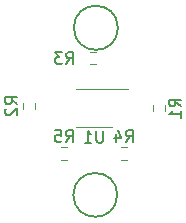
<source format=gbr>
%TF.GenerationSoftware,KiCad,Pcbnew,(6.0.2-0)*%
%TF.CreationDate,2022-03-21T14:05:32-04:00*%
%TF.ProjectId,Woodstock,576f6f64-7374-46f6-936b-2e6b69636164,v03*%
%TF.SameCoordinates,Original*%
%TF.FileFunction,Legend,Bot*%
%TF.FilePolarity,Positive*%
%FSLAX46Y46*%
G04 Gerber Fmt 4.6, Leading zero omitted, Abs format (unit mm)*
G04 Created by KiCad (PCBNEW (6.0.2-0)) date 2022-03-21 14:05:32*
%MOMM*%
%LPD*%
G01*
G04 APERTURE LIST*
%ADD10C,0.150000*%
%ADD11C,0.120000*%
G04 APERTURE END LIST*
D10*
X153071501Y-89662000D02*
G75*
G03*
X153071501Y-89662000I-1865301J0D01*
G01*
X153010296Y-103809800D02*
G75*
G03*
X153010296Y-103809800I-1854896J0D01*
G01*
%TO.C,U1*%
X151815704Y-98385380D02*
X151815704Y-99194904D01*
X151768085Y-99290142D01*
X151720466Y-99337761D01*
X151625228Y-99385380D01*
X151434752Y-99385380D01*
X151339514Y-99337761D01*
X151291895Y-99290142D01*
X151244276Y-99194904D01*
X151244276Y-98385380D01*
X150244276Y-99385380D02*
X150815704Y-99385380D01*
X150529990Y-99385380D02*
X150529990Y-98385380D01*
X150625228Y-98528238D01*
X150720466Y-98623476D01*
X150815704Y-98671095D01*
%TO.C,R3*%
X148705866Y-92730580D02*
X149039200Y-92254390D01*
X149277295Y-92730580D02*
X149277295Y-91730580D01*
X148896342Y-91730580D01*
X148801104Y-91778200D01*
X148753485Y-91825819D01*
X148705866Y-91921057D01*
X148705866Y-92063914D01*
X148753485Y-92159152D01*
X148801104Y-92206771D01*
X148896342Y-92254390D01*
X149277295Y-92254390D01*
X148372533Y-91730580D02*
X147753485Y-91730580D01*
X148086819Y-92111533D01*
X147943961Y-92111533D01*
X147848723Y-92159152D01*
X147801104Y-92206771D01*
X147753485Y-92302009D01*
X147753485Y-92540104D01*
X147801104Y-92635342D01*
X147848723Y-92682961D01*
X147943961Y-92730580D01*
X148229676Y-92730580D01*
X148324914Y-92682961D01*
X148372533Y-92635342D01*
%TO.C,R5*%
X148655626Y-99334580D02*
X148988960Y-98858390D01*
X149227055Y-99334580D02*
X149227055Y-98334580D01*
X148846102Y-98334580D01*
X148750864Y-98382200D01*
X148703245Y-98429819D01*
X148655626Y-98525057D01*
X148655626Y-98667914D01*
X148703245Y-98763152D01*
X148750864Y-98810771D01*
X148846102Y-98858390D01*
X149227055Y-98858390D01*
X147750864Y-98334580D02*
X148227055Y-98334580D01*
X148274674Y-98810771D01*
X148227055Y-98763152D01*
X148131817Y-98715533D01*
X147893721Y-98715533D01*
X147798483Y-98763152D01*
X147750864Y-98810771D01*
X147703245Y-98906009D01*
X147703245Y-99144104D01*
X147750864Y-99239342D01*
X147798483Y-99286961D01*
X147893721Y-99334580D01*
X148131817Y-99334580D01*
X148227055Y-99286961D01*
X148274674Y-99239342D01*
%TO.C,R2*%
X144539540Y-96130493D02*
X144063350Y-95797160D01*
X144539540Y-95559064D02*
X143539540Y-95559064D01*
X143539540Y-95940017D01*
X143587160Y-96035255D01*
X143634779Y-96082874D01*
X143730017Y-96130493D01*
X143872874Y-96130493D01*
X143968112Y-96082874D01*
X144015731Y-96035255D01*
X144063350Y-95940017D01*
X144063350Y-95559064D01*
X143634779Y-96511445D02*
X143587160Y-96559064D01*
X143539540Y-96654302D01*
X143539540Y-96892398D01*
X143587160Y-96987636D01*
X143634779Y-97035255D01*
X143730017Y-97082874D01*
X143825255Y-97082874D01*
X143968112Y-97035255D01*
X144539540Y-96463826D01*
X144539540Y-97082874D01*
%TO.C,R1*%
X158423140Y-96308293D02*
X157946950Y-95974960D01*
X158423140Y-95736864D02*
X157423140Y-95736864D01*
X157423140Y-96117817D01*
X157470760Y-96213055D01*
X157518379Y-96260674D01*
X157613617Y-96308293D01*
X157756474Y-96308293D01*
X157851712Y-96260674D01*
X157899331Y-96213055D01*
X157946950Y-96117817D01*
X157946950Y-95736864D01*
X158423140Y-97260674D02*
X158423140Y-96689245D01*
X158423140Y-96974960D02*
X157423140Y-96974960D01*
X157565998Y-96879721D01*
X157661236Y-96784483D01*
X157708855Y-96689245D01*
%TO.C,R4*%
X153735626Y-99330840D02*
X154068960Y-98854650D01*
X154307055Y-99330840D02*
X154307055Y-98330840D01*
X153926102Y-98330840D01*
X153830864Y-98378460D01*
X153783245Y-98426079D01*
X153735626Y-98521317D01*
X153735626Y-98664174D01*
X153783245Y-98759412D01*
X153830864Y-98807031D01*
X153926102Y-98854650D01*
X154307055Y-98854650D01*
X152878483Y-98664174D02*
X152878483Y-99330840D01*
X153116579Y-98283221D02*
X153354674Y-98997507D01*
X152735626Y-98997507D01*
D11*
%TO.C,U1*%
X151028960Y-94863060D02*
X149528960Y-94863060D01*
X151028960Y-98083060D02*
X152528960Y-98083060D01*
X151028960Y-94863060D02*
X153953960Y-94863060D01*
X151028960Y-98083060D02*
X149528960Y-98083060D01*
%TO.C,R3*%
X151258284Y-91708760D02*
X150748836Y-91708760D01*
X151258284Y-92753760D02*
X150748836Y-92753760D01*
%TO.C,R5*%
X148234236Y-99785960D02*
X148743684Y-99785960D01*
X148234236Y-100830960D02*
X148743684Y-100830960D01*
%TO.C,R2*%
X144994660Y-96042436D02*
X144994660Y-96551884D01*
X146039660Y-96042436D02*
X146039660Y-96551884D01*
%TO.C,R1*%
X156018260Y-96729684D02*
X156018260Y-96220236D01*
X157063260Y-96729684D02*
X157063260Y-96220236D01*
%TO.C,R4*%
X153823684Y-99785960D02*
X153314236Y-99785960D01*
X153823684Y-100830960D02*
X153314236Y-100830960D01*
%TD*%
M02*

</source>
